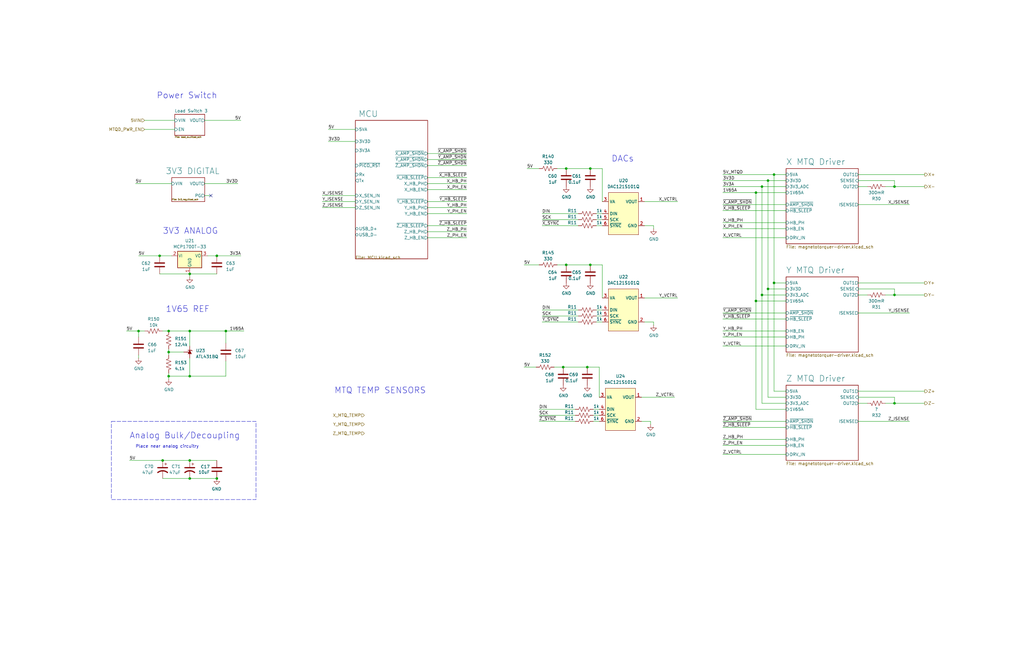
<source format=kicad_sch>
(kicad_sch (version 20230121) (generator eeschema)
  (paper "B")
  (title_block (title "Foras Promineo Payload Interface Board") (rev "B"))
  (lib_symbols
    (symbol "Device:C" (pin_numbers hide) (pin_names (offset 0.254))
      (property "Reference" "C" (at 0.635 2.54 0))
      (property "Value" "C" (at 0.635 -2.54 0))
      (symbol "C_0_1"
        (polyline (pts (xy -2.032 -0.762) (xy 2.032 -0.762)) (stroke (width 0.508)))
        (polyline (pts (xy -2.032 0.762) (xy 2.032 0.762)) (stroke (width 0.508)))
      )
      (symbol "C_1_1"
        (pin passive line (at 0 3.81 270) (length 2.794) (name "~") (number "1"))
        (pin passive line (at 0 -3.81 90) (length 2.794) (name "~") (number "2"))
      )
    )
    (symbol "Device:C_Polarized_US" (pin_numbers hide) (pin_names (offset 0.254) hide)
      (property "Reference" "C" (at 0.635 2.54 0))
      (property "Value" "C_Polarized_US" (at 0.635 -2.54 0))
      (symbol "C_Polarized_US_0_1"
        (polyline (pts (xy -2.032 0.762) (xy 2.032 0.762)) (stroke (width 0.508)))
        (polyline (pts (xy -1.778 2.286) (xy -0.762 2.286)))
        (polyline (pts (xy -1.27 1.778) (xy -1.27 2.794)))
        (arc (start 2.032 -1.27) (mid 0 -0.5572) (end -2.032 -1.27) (stroke (width 0.508)))
      )
      (symbol "C_Polarized_US_1_1"
        (pin passive line (at 0 3.81 270) (length 2.794) (name "~") (number "1"))
        (pin passive line (at 0 -3.81 90) (length 3.302) (name "~") (number "2"))
      )
    )
    (symbol "Device:R_US" (pin_numbers hide) (pin_names (offset 0))
      (property "Reference" "R" (at 2.54 0 90))
      (property "Value" "R_US" (at -2.54 0 90))
      (symbol "R_US_0_1"
        (polyline (pts (xy 0 -2.286) (xy 0 -2.54)))
        (polyline (pts (xy 0 2.286) (xy 0 2.54)))
        (polyline (pts (xy 0 -0.762) (xy 1.016 -1.143) (xy 0 -1.524) (xy -1.016 -1.905) (xy 0 -2.286)))
        (polyline (pts (xy 0 0.762) (xy 1.016 0.381) (xy 0 0) (xy -1.016 -0.381) (xy 0 -0.762)))
        (polyline (pts (xy 0 2.286) (xy 1.016 1.905) (xy 0 1.524) (xy -1.016 1.143) (xy 0 0.762)))
      )
      (symbol "R_US_1_1"
        (pin passive line (at 0 3.81 270) (length 1.27) (name "~") (number "1"))
        (pin passive line (at 0 -3.81 90) (length 1.27) (name "~") (number "2"))
      )
    )
    (symbol "Regulator_Linear:MCP1700x-330xxMB" (pin_names (offset 0.254))
      (property "Reference" "U" (at -3.81 3.175 0))
      (property "Value" "MCP1700x-330xxMB" (at 0 3.175 0))
      (symbol "MCP1700x-330xxMB_0_1"
        (rectangle (start -5.08 -5.08) (end 5.08 1.905) (stroke (width 0.254)) (fill (type background)))
      )
      (symbol "MCP1700x-330xxMB_1_1"
        (pin power_in line (at 0 -7.62 90) (length 2.54) (name "GND") (number "1"))
        (pin power_in line (at -7.62 0 0) (length 2.54) (name "VI") (number "2"))
        (pin power_out line (at 7.62 0 180) (length 2.54) (name "VO") (number "3"))
      )
    )
    (symbol "SierraLobo:DAC121S101Q"
      (property "Reference" "U" (at 0 3.81 0))
      (property "Value" "DAC121S101Q" (at 0 1.27 0))
      (property "Manufacturer" "Texas Instruments" (at 0 0 0))
      (property "Mfr. Part No" "DAC121S101QCMK/NOPB" (at 0 0 0))
      (symbol "DAC121S101Q_0_0"
        (pin output line (at 8.89 -3.81 180) (length 2.54) (name "VOUT") (number "1"))
        (pin output line (at 8.89 -13.97 180) (length 2.54) (name "GND") (number "2"))
        (pin output line (at -8.89 -3.81 0) (length 2.54) (name "VA") (number "3"))
        (pin output line (at -8.89 -8.89 0) (length 2.54) (name "DIN") (number "4"))
        (pin output line (at -8.89 -11.43 0) (length 2.54) (name "SCK") (number "5"))
        (pin output line (at -8.89 -13.97 0) (length 2.54) (name "~{SYNC}") (number "6"))
      )
      (symbol "DAC121S101Q_0_1"
        (rectangle (start 6.35 -17.78) (end 6.35 -17.78))
      )
      (symbol "DAC121S101Q_1_1"
        (rectangle (start -6.35 0) (end 6.35 -17.78) (fill (type background)))
      )
    )
    (symbol "SierraLobo:TLVH431BQxDBV" (pin_numbers hide) (pin_names hide)
      (property "Reference" "U" (at 0 -2.54 0))
      (property "Value" "TLVH431BQxDBV" (at 0 -4.445 0))
      (symbol "TLVH431BQxDBV_0_1"
        (polyline (pts (xy -1.27 0) (xy 0 0) (xy 1.27 0)))
        (polyline (pts (xy -0.762 0.762) (xy 0.762 0) (xy -0.762 -0.762)) (fill (type outline)))
        (polyline (pts (xy 0.508 -1.016) (xy 0.762 -0.762) (xy 0.762 0.762) (xy 0.762 0.762)) (stroke (width 0.254)))
      )
      (symbol "TLVH431BQxDBV_1_1"
        (polyline (pts (xy 0 1.27) (xy 0 0)))
        (pin passive line (at 0 2.54 270) (length 2.54) (name "REF") (number "1"))
        (pin passive line (at 2.54 0 180) (length 2.54) (name "K") (number "2"))
        (pin passive line (at -2.54 0 0) (length 2.54) (name "A") (number "3"))
      )
    )
    (symbol "power:GND" (power) (pin_names (offset 0))
      (property "Value" "GND" (at 0 -3.81 0))
      (symbol "GND_0_1"
        (polyline (pts (xy 0 0) (xy 0 -1.27) (xy 1.27 -1.27) (xy 0 -2.54) (xy -1.27 -1.27) (xy 0 -1.27)))
      )
      (symbol "GND_1_1"
        (pin power_in line (at 0 0 270) (length 0) hide (name "GND") (number "1"))
      )
    )
  )
  (junction (at 326.39 119.38))
  (junction (at 238.76 111.76))
  (junction (at 318.77 127))
  (junction (at 71.12 139.7))
  (junction (at 71.12 158.75))
  (junction (at 58.42 139.7))
  (junction (at 68.58 194.31))
  (junction (at 377.19 78.74))
  (junction (at 95.25 139.7))
  (junction (at 71.12 148.59))
  (junction (at 323.85 121.92))
  (junction (at 248.92 71.12))
  (junction (at 321.31 124.46))
  (junction (at 91.44 201.93))
  (junction (at 321.31 78.74))
  (junction (at 248.92 111.76))
  (junction (at 67.31 107.95))
  (junction (at 238.76 71.12))
  (junction (at 80.01 115.57))
  (junction (at 377.19 170.18))
  (junction (at 80.01 158.75))
  (junction (at 80.01 139.7))
  (junction (at 323.85 76.2))
  (junction (at 237.49 154.94))
  (junction (at 326.39 73.66))
  (junction (at 80.01 201.93))
  (junction (at 377.19 124.46))
  (junction (at 80.01 194.31))
  (junction (at 247.65 154.94))
  (junction (at 318.77 81.28))
  (junction (at 91.44 107.95))
  (no_connect (at 88.9 82.55))
  (wire (pts (xy 220.98 111.76) (xy 227.33 111.76)))
  (wire (pts (xy 80.01 158.75) (xy 80.01 151.13)))
  (wire (pts (xy 250.19 177.8) (xy 252.73 177.8)))
  (wire (pts (xy 196.85 90.17) (xy 180.34 90.17)))
  (wire (pts (xy 237.49 154.94) (xy 247.65 154.94)))
  (wire (pts (xy 323.85 167.64) (xy 331.47 167.64)))
  (wire (pts (xy 227.33 177.8) (xy 242.57 177.8)))
  (wire (pts (xy 250.19 172.72) (xy 252.73 172.72)))
  (wire (pts (xy 228.6 95.25) (xy 243.84 95.25)))
  (wire (pts (xy 247.65 154.94) (xy 252.73 154.94)))
  (wire (pts (xy 321.31 124.46) (xy 331.47 124.46)))
  (wire (pts (xy 91.44 107.95) (xy 101.6 107.95)))
  (wire (pts (xy 361.95 167.64) (xy 377.19 167.64)))
  (wire (pts (xy 270.51 177.8) (xy 274.32 177.8)))
  (wire (pts (xy 86.36 82.55) (xy 88.9 82.55)))
  (wire (pts (xy 304.8 180.34) (xy 331.47 180.34)))
  (wire (pts (xy 238.76 71.12) (xy 248.92 71.12)))
  (wire (pts (xy 67.31 107.95) (xy 72.39 107.95)))
  (wire (pts (xy 233.68 154.94) (xy 237.49 154.94)))
  (wire (pts (xy 80.01 115.57) (xy 91.44 115.57)))
  (wire (pts (xy 180.34 95.25) (xy 196.85 95.25)))
  (wire (pts (xy 91.44 194.31) (xy 80.01 194.31)))
  (wire (pts (xy 318.77 81.28) (xy 331.47 81.28)))
  (wire (pts (xy 323.85 121.92) (xy 323.85 167.64)))
  (wire (pts (xy 377.19 167.64) (xy 377.19 170.18)))
  (wire (pts (xy 304.8 81.28) (xy 318.77 81.28)))
  (wire (pts (xy 304.8 96.52) (xy 331.47 96.52)))
  (wire (pts (xy 304.8 191.77) (xy 331.47 191.77)))
  (wire (pts (xy 321.31 170.18) (xy 331.47 170.18)))
  (wire (pts (xy 377.19 121.92) (xy 377.19 124.46)))
  (wire (pts (xy 238.76 111.76) (xy 248.92 111.76)))
  (wire (pts (xy 318.77 81.28) (xy 318.77 127)))
  (wire (pts (xy 135.89 87.63) (xy 149.86 87.63)))
  (wire (pts (xy 220.98 154.94) (xy 226.06 154.94)))
  (wire (pts (xy 53.34 139.7) (xy 58.42 139.7)))
  (wire (pts (xy 135.89 82.55) (xy 149.86 82.55)))
  (wire (pts (xy 95.25 144.78) (xy 95.25 139.7)))
  (wire (pts (xy 321.31 78.74) (xy 331.47 78.74)))
  (wire (pts (xy 196.85 77.47) (xy 180.34 77.47)))
  (wire (pts (xy 270.51 167.64) (xy 284.48 167.64)))
  (wire (pts (xy 318.77 172.72) (xy 331.47 172.72)))
  (wire (pts (xy 251.46 92.71) (xy 254 92.71)))
  (wire (pts (xy 180.34 85.09) (xy 196.85 85.09)))
  (wire (pts (xy 326.39 73.66) (xy 331.47 73.66)))
  (wire (pts (xy 60.96 54.61) (xy 73.66 54.61)))
  (wire (pts (xy 234.95 111.76) (xy 238.76 111.76)))
  (wire (pts (xy 377.19 170.18) (xy 389.89 170.18)))
  (wire (pts (xy 180.34 64.77) (xy 196.85 64.77)))
  (wire (pts (xy 80.01 139.7) (xy 71.12 139.7)))
  (wire (pts (xy 67.31 115.57) (xy 80.01 115.57)))
  (wire (pts (xy 326.39 165.1) (xy 331.47 165.1)))
  (wire (pts (xy 321.31 124.46) (xy 321.31 170.18)))
  (wire (pts (xy 361.95 124.46) (xy 365.76 124.46)))
  (wire (pts (xy 222.25 71.12) (xy 227.33 71.12)))
  (wire (pts (xy 87.63 107.95) (xy 91.44 107.95)))
  (wire (pts (xy 323.85 76.2) (xy 323.85 121.92)))
  (wire (pts (xy 323.85 76.2) (xy 331.47 76.2)))
  (wire (pts (xy 180.34 67.31) (xy 196.85 67.31)))
  (wire (pts (xy 377.19 78.74) (xy 389.89 78.74)))
  (wire (pts (xy 95.25 158.75) (xy 95.25 152.4)))
  (wire (pts (xy 71.12 158.75) (xy 71.12 157.48)))
  (wire (pts (xy 71.12 158.75) (xy 71.12 160.02)))
  (wire (pts (xy 326.39 119.38) (xy 326.39 165.1)))
  (wire (pts (xy 80.01 194.31) (xy 68.58 194.31)))
  (wire (pts (xy 275.59 135.89) (xy 275.59 137.16)))
  (wire (pts (xy 377.19 76.2) (xy 377.19 78.74)))
  (wire (pts (xy 180.34 100.33) (xy 196.85 100.33)))
  (wire (pts (xy 135.89 85.09) (xy 149.86 85.09)))
  (wire (pts (xy 180.34 97.79) (xy 196.85 97.79)))
  (wire (pts (xy 377.19 124.46) (xy 373.38 124.46)))
  (wire (pts (xy 326.39 73.66) (xy 326.39 119.38)))
  (wire (pts (xy 251.46 95.25) (xy 254 95.25)))
  (wire (pts (xy 377.19 170.18) (xy 373.38 170.18)))
  (wire (pts (xy 250.19 175.26) (xy 252.73 175.26)))
  (wire (pts (xy 228.6 90.17) (xy 243.84 90.17)))
  (wire (pts (xy 318.77 127) (xy 318.77 172.72)))
  (wire (pts (xy 227.33 172.72) (xy 242.57 172.72)))
  (wire (pts (xy 251.46 130.81) (xy 254 130.81)))
  (wire (pts (xy 361.95 86.36) (xy 383.54 86.36)))
  (wire (pts (xy 304.8 86.36) (xy 331.47 86.36)))
  (wire (pts (xy 71.12 148.59) (xy 71.12 149.86)))
  (wire (pts (xy 361.95 121.92) (xy 377.19 121.92)))
  (wire (pts (xy 138.43 59.69) (xy 149.86 59.69)))
  (wire (pts (xy 304.8 100.33) (xy 331.47 100.33)))
  (wire (pts (xy 304.8 139.7) (xy 331.47 139.7)))
  (wire (pts (xy 275.59 95.25) (xy 275.59 96.52)))
  (wire (pts (xy 77.47 148.59) (xy 71.12 148.59)))
  (wire (pts (xy 254 111.76) (xy 254 125.73)))
  (wire (pts (xy 251.46 133.35) (xy 254 133.35)))
  (wire (pts (xy 248.92 111.76) (xy 254 111.76)))
  (wire (pts (xy 304.8 132.08) (xy 331.47 132.08)))
  (wire (pts (xy 80.01 158.75) (xy 95.25 158.75)))
  (wire (pts (xy 71.12 139.7) (xy 68.58 139.7)))
  (wire (pts (xy 180.34 74.93) (xy 196.85 74.93)))
  (wire (pts (xy 60.96 50.8) (xy 73.66 50.8)))
  (wire (pts (xy 57.15 77.47) (xy 72.39 77.47)))
  (wire (pts (xy 361.95 170.18) (xy 365.76 170.18)))
  (wire (pts (xy 304.8 88.9) (xy 331.47 88.9)))
  (wire (pts (xy 361.95 78.74) (xy 365.76 78.74)))
  (wire (pts (xy 304.8 73.66) (xy 326.39 73.66)))
  (wire (pts (xy 304.8 185.42) (xy 331.47 185.42)))
  (wire (pts (xy 304.8 146.05) (xy 331.47 146.05)))
  (wire (pts (xy 86.36 50.8) (xy 101.6 50.8)))
  (wire (pts (xy 248.92 71.12) (xy 254 71.12)))
  (wire (pts (xy 251.46 90.17) (xy 254 90.17)))
  (wire (pts (xy 138.43 54.61) (xy 149.86 54.61)))
  (wire (pts (xy 58.42 107.95) (xy 67.31 107.95)))
  (wire (pts (xy 274.32 177.8) (xy 274.32 179.07)))
  (wire (pts (xy 271.78 135.89) (xy 275.59 135.89)))
  (wire (pts (xy 361.95 73.66) (xy 389.89 73.66)))
  (wire (pts (xy 304.8 78.74) (xy 321.31 78.74)))
  (wire (pts (xy 326.39 119.38) (xy 331.47 119.38)))
  (wire (pts (xy 377.19 124.46) (xy 389.89 124.46)))
  (wire (pts (xy 228.6 92.71) (xy 243.84 92.71)))
  (wire (pts (xy 361.95 165.1) (xy 389.89 165.1)))
  (wire (pts (xy 304.8 93.98) (xy 331.47 93.98)))
  (wire (pts (xy 304.8 187.96) (xy 331.47 187.96)))
  (wire (pts (xy 361.95 119.38) (xy 389.89 119.38)))
  (wire (pts (xy 95.25 139.7) (xy 102.87 139.7)))
  (wire (pts (xy 361.95 177.8) (xy 383.54 177.8)))
  (wire (pts (xy 377.19 78.74) (xy 373.38 78.74)))
  (wire (pts (xy 91.44 201.93) (xy 80.01 201.93)))
  (wire (pts (xy 252.73 154.94) (xy 252.73 167.64)))
  (wire (pts (xy 321.31 78.74) (xy 321.31 124.46)))
  (wire (pts (xy 251.46 135.89) (xy 254 135.89)))
  (wire (pts (xy 234.95 71.12) (xy 238.76 71.12)))
  (wire (pts (xy 196.85 80.01) (xy 180.34 80.01)))
  (wire (pts (xy 71.12 158.75) (xy 80.01 158.75)))
  (wire (pts (xy 304.8 134.62) (xy 331.47 134.62)))
  (wire (pts (xy 361.95 132.08) (xy 383.54 132.08)))
  (wire (pts (xy 86.36 77.47) (xy 100.33 77.47)))
  (wire (pts (xy 54.61 194.31) (xy 68.58 194.31)))
  (wire (pts (xy 304.8 76.2) (xy 323.85 76.2)))
  (wire (pts (xy 180.34 69.85) (xy 196.85 69.85)))
  (wire (pts (xy 80.01 201.93) (xy 68.58 201.93)))
  (wire (pts (xy 323.85 121.92) (xy 331.47 121.92)))
  (wire (pts (xy 304.8 177.8) (xy 331.47 177.8)))
  (wire (pts (xy 271.78 125.73) (xy 285.75 125.73)))
  (wire (pts (xy 304.8 142.24) (xy 331.47 142.24)))
  (wire (pts (xy 271.78 85.09) (xy 285.75 85.09)))
  (wire (pts (xy 80.01 146.05) (xy 80.01 139.7)))
  (wire (pts (xy 318.77 127) (xy 331.47 127)))
  (wire (pts (xy 58.42 139.7) (xy 58.42 142.24)))
  (wire (pts (xy 58.42 149.86) (xy 58.42 151.13)))
  (wire (pts (xy 227.33 175.26) (xy 242.57 175.26)))
  (wire (pts (xy 95.25 139.7) (xy 80.01 139.7)))
  (wire (pts (xy 228.6 135.89) (xy 243.84 135.89)))
  (wire (pts (xy 196.85 87.63) (xy 180.34 87.63)))
  (wire (pts (xy 58.42 139.7) (xy 60.96 139.7)))
  (wire (pts (xy 228.6 133.35) (xy 243.84 133.35)))
  (wire (pts (xy 71.12 147.32) (xy 71.12 148.59)))
  (wire (pts (xy 80.01 115.57) (xy 80.01 116.84)))
  (wire (pts (xy 271.78 95.25) (xy 275.59 95.25)))
  (wire (pts (xy 254 71.12) (xy 254 85.09)))
  (wire (pts (xy 228.6 130.81) (xy 243.84 130.81)))
  (wire (pts (xy 361.95 76.2) (xy 377.19 76.2)))
  (rectangle (start 46.99 177.8) (end 107.95 210.82) (stroke (width 0) (type dash)))
  (text "DACs" (at 257.81 68.58 0) (effects (font (size 2.54 2.54)) (justify left bottom)))
  (text "Power Switch" (at 66.04 41.91 0) (effects (font (size 2.54 2.54)) (justify left bottom)))
  (text "1V65 REF" (at 69.85 132.08 0) (effects (font (size 2.54 2.54)) (justify left bottom)))
  (text "Place near analog circuitry" (at 57.15 189.23 0) (effects (font (size 1.27 1.27)) (justify left bottom)))
  (text "3V3 ANALOG" (at 68.58 99.06 0) (effects (font (size 2.54 2.54)) (justify left bottom)))
  (text "Analog Bulk/Decoupling" (at 54.61 185.42 0) (effects (font (size 2.54 2.54)) (justify left bottom)))
  (text "MTQ TEMP SENSORS" (at 140.97 166.37 0) (effects (font (size 2.54 2.54)) (justify left bottom)))
  (label "~{Z_AMP_SHDN}" (at 196.85 69.85 180))
  (label "Y_ISENSE" (at 383.54 132.08 180))
  (label "Z_VCTRL" (at 284.48 167.64 180))
  (label "3V3D" (at 304.8 76.2 0))
  (label "Z_VCTRL" (at 304.8 191.77 0))
  (label "~{Y_SYNC}" (at 228.6 135.89 0))
  (label "5V" (at 57.15 77.47 0))
  (label "X_ISENSE" (at 135.89 82.55 0))
  (label "1V65A" (at 102.87 139.7 180))
  (label "~{X_AMP_SHDN}" (at 196.85 64.77 180))
  (label "~{Z_AMP_SHDN}" (at 304.8 177.8 0))
  (label "~{Z_HB_SLEEP}" (at 304.8 180.34 0))
  (label "Y_PH_EN" (at 304.8 142.24 0))
  (label "Z_HB_PH" (at 196.85 97.79 180))
  (label "Y_VCTRL" (at 304.8 146.05 0))
  (label "Y_VCTRL" (at 285.75 125.73 180))
  (label "Z_ISENSE" (at 135.89 87.63 0))
  (label "~{Y_HB_SLEEP}" (at 196.85 85.09 180))
  (label "DIN" (at 227.33 172.72 0))
  (label "~{X_HB_SLEEP}" (at 304.8 88.9 0))
  (label "Y_ISENSE" (at 135.89 85.09 0))
  (label "X_VCTRL" (at 304.8 100.33 0))
  (label "Z_ISENSE" (at 383.54 177.8 180))
  (label "5V" (at 220.98 154.94 0))
  (label "3V3D" (at 138.43 59.69 0))
  (label "X_HB_PH" (at 196.85 77.47 180))
  (label "Z_PH_EN" (at 304.8 187.96 0))
  (label "SCK" (at 228.6 92.71 0))
  (label "SCK" (at 228.6 133.35 0))
  (label "DIN" (at 228.6 90.17 0))
  (label "Y_PH_EN" (at 196.85 90.17 180))
  (label "5V" (at 58.42 107.95 0))
  (label "5V_MTQD" (at 304.8 73.66 0))
  (label "DIN" (at 228.6 130.81 0))
  (label "~{X_AMP_SHDN}" (at 304.8 86.36 0))
  (label "5V" (at 101.6 50.8 180))
  (label "~{Y_AMP_SHDN}" (at 196.85 67.31 180))
  (label "5V" (at 53.34 139.7 0))
  (label "Z_HB_PH" (at 304.8 185.42 0))
  (label "Y_HB_PH" (at 196.85 87.63 180))
  (label "5V" (at 222.25 71.12 0))
  (label "X_PH_EN" (at 196.85 80.01 180))
  (label "X_PH_EN" (at 304.8 96.52 0))
  (label "X_HB_PH" (at 304.8 93.98 0))
  (label "X_VCTRL" (at 285.75 85.09 180))
  (label "3V3D" (at 100.33 77.47 180))
  (label "5V" (at 138.43 54.61 0))
  (label "~{Y_AMP_SHDN}" (at 304.8 132.08 0))
  (label "~{Z_HB_SLEEP}" (at 196.85 95.25 180))
  (label "SCK" (at 227.33 175.26 0))
  (label "Y_HB_PH" (at 304.8 139.7 0))
  (label "3V3A" (at 304.8 78.74 0))
  (label "X_ISENSE" (at 383.54 86.36 180))
  (label "~{X_HB_SLEEP}" (at 196.85 74.93 180))
  (label "1V65A" (at 304.8 81.28 0))
  (label "~{Z_SYNC}" (at 227.33 177.8 0))
  (label "3V3A" (at 101.6 107.95 180))
  (label "5V" (at 220.98 111.76 0))
  (label "~{X_SYNC}" (at 228.6 95.25 0))
  (label "~{Y_HB_SLEEP}" (at 304.8 134.62 0))
  (label "5V" (at 54.61 194.31 0))
  (label "Z_PH_EN" (at 196.85 100.33 180))
  (hierarchical_label "Y_MTQ_TEMP" (shape input) (at 153.67 179.07 180))
  (hierarchical_label "X+" (shape output) (at 389.89 73.66 0))
  (hierarchical_label "MTQD_PWR_EN" (shape input) (at 60.96 54.61 180))
  (hierarchical_label "Z_MTQ_TEMP" (shape input) (at 153.67 182.88 180))
  (hierarchical_label "5VIN" (shape input) (at 60.96 50.8 180))
  (hierarchical_label "Z-" (shape output) (at 389.89 170.18 0))
  (hierarchical_label "Y+" (shape output) (at 389.89 119.38 0))
  (hierarchical_label "X-" (shape output) (at 389.89 78.74 0))
  (hierarchical_label "X_MTQ_TEMP" (shape input) (at 153.67 175.26 180))
  (hierarchical_label "Z+" (shape output) (at 389.89 165.1 0))
  (hierarchical_label "Y-" (shape output) (at 389.89 124.46 0))
  (symbol (lib_id "Device:C") (at 91.44 198.12 0) (mirror y) (unit 1)
    (property "Reference" "C17" (at 88.519 196.9516 0) (effects (justify left)))
    (property "Value" "10uF" (at 88.519 199.263 0) (effects (justify left)))
    (property "Footprint" "Capacitor_SMD:C_0805_2012Metric" (effects hide))
    (instances (project "RP2040_minimal" (path "" (reference "C17") (unit 1))) (project "payload-interface-board" (path "" (reference "C72") (unit 1))))
  )
  (symbol (lib_id "Device:R_US") (at 247.65 135.89 90) (unit 1)
    (property "Reference" "R11" (at 241.3 134.62 90))
    (property "Value" "1k" (at 252.73 134.62 90))
    (property "Footprint" "Resistor_SMD:R_0402_1005Metric" (effects hide))
    (instances (project "payload-interface-board" (path "" (reference "R11") (unit 1)) (path "" (reference "R149") (unit 1))))
  )
  (symbol (lib_id "power:GND") (at 237.49 162.56 0) (unit 1)
    (property "Reference" "#PWR018" (effects hide))
    (property "Value" "GND" (at 237.617 166.9542 0))
    (instances (project "RP2040_minimal" (path "" (reference "#PWR018") (unit 1))) (project "payload-interface-board" (path "" (reference "#PWR0117") (unit 1))))
  )
  (symbol (lib_id "Device:C_Polarized_US") (at 80.01 198.12 0) (mirror y) (unit 1)
    (property "Reference" "C71" (at 76.2 196.85 0) (effects (justify left)))
    (property "Value" "47uF" (at 76.2 199.39 0) (effects (justify left)))
    (property "Footprint" "Capacitor_Tantalum_SMD:CP_EIA-7343-43_Kemet-X" (effects hide))
    (property "Mfr. Part No" "TH3D476K016C0600" (effects hide))
  )
  (symbol (lib_id "Device:R_US") (at 231.14 71.12 90) (unit 1)
    (property "Reference" "R140" (at 231.14 66.04 90))
    (property "Value" "330" (at 231.14 68.58 90))
    (property "Footprint" "Resistor_SMD:R_0603_1608Metric" (effects hide))
  )
  (symbol (lib_id "power:GND") (at 247.65 162.56 0) (unit 1)
    (property "Reference" "#PWR018" (effects hide))
    (property "Value" "GND" (at 247.777 166.9542 0))
    (instances (project "RP2040_minimal" (path "" (reference "#PWR018") (unit 1))) (project "payload-interface-board" (path "" (reference "#PWR0118") (unit 1))))
  )
  (symbol (lib_id "power:GND") (at 248.92 78.74 0) (unit 1)
    (property "Reference" "#PWR018" (effects hide))
    (property "Value" "GND" (at 249.047 83.1342 0))
    (instances (project "RP2040_minimal" (path "" (reference "#PWR018") (unit 1))) (project "payload-interface-board" (path "" (reference "#PWR0110") (unit 1))))
  )
  (symbol (lib_id "Device:R_US") (at 231.14 111.76 90) (unit 1)
    (property "Reference" "R145" (at 231.14 106.68 90))
    (property "Value" "330" (at 231.14 109.22 90))
    (property "Footprint" "Resistor_SMD:R_0603_1608Metric" (effects hide))
  )
  (symbol (lib_id "Device:C_Polarized_US") (at 68.58 198.12 0) (mirror y) (unit 1)
    (property "Reference" "C70" (at 64.77 196.85 0) (effects (justify left)))
    (property "Value" "47uF" (at 64.77 199.39 0) (effects (justify left)))
    (property "Footprint" "Capacitor_Tantalum_SMD:CP_EIA-7343-43_Kemet-X" (effects hide))
    (property "Mfr. Part No" "TH3D476K016C0600" (effects hide))
  )
  (symbol (lib_id "power:GND") (at 71.12 160.02 0) (unit 1)
    (property "Reference" "#PWR018" (effects hide))
    (property "Value" "GND" (at 71.247 164.4142 0))
    (instances (project "RP2040_minimal" (path "" (reference "#PWR018") (unit 1))) (project "payload-interface-board" (path "" (reference "#PWR0119") (unit 1))))
  )
  (symbol (lib_id "Device:R_US") (at 71.12 143.51 0) (mirror y) (unit 1)
    (property "Reference" "R151" (at 73.66 142.875 0) (effects (justify right)))
    (property "Value" "12.4k" (at 73.66 145.415 0) (effects (justify right)))
    (property "Footprint" "Resistor_SMD:R_0603_1608Metric" (effects hide))
  )
  (symbol (lib_id "Device:C") (at 248.92 74.93 0) (mirror y) (unit 1)
    (property "Reference" "C61" (at 245.11 74.295 0) (effects (justify left)))
    (property "Value" "0.1uF" (at 245.11 76.835 0) (effects (justify left)))
    (property "Footprint" "Capacitor_SMD:C_0402_1005Metric" (effects hide))
    (property "Manufacturer" "TDK" (effects hide))
    (property "Mfr. Part No" "CGA2B3X7R1H104K050BE" (effects hide))
    (property "Description" "CAP CER 0.1UF 50V X7R 0402" (effects hide))
  )
  (symbol (lib_id "power:GND") (at 91.44 201.93 0) (mirror y) (unit 1)
    (property "Reference" "#PWR018" (effects hide))
    (property "Value" "GND" (at 91.313 206.3242 0))
    (instances (project "RP2040_minimal" (path "" (reference "#PWR018") (unit 1))) (project "payload-interface-board" (path "" (reference "#PWR0121") (unit 1))))
  )
  (symbol (lib_id "Device:R_US") (at 247.65 95.25 90) (unit 1)
    (property "Reference" "R11" (at 241.3 93.98 90))
    (property "Value" "1k" (at 252.73 93.98 90))
    (property "Footprint" "Resistor_SMD:R_0402_1005Metric" (effects hide))
    (instances (project "payload-interface-board" (path "" (reference "R11") (unit 1)) (path "" (reference "R144") (unit 1))))
  )
  (symbol (lib_id "SierraLobo:DAC121S101Q") (at 261.62 163.83 0) (unit 1)
    (property "Reference" "U24" (at 261.62 158.75 0))
    (property "Value" "DAC121S101Q" (at 261.62 161.29 0))
    (property "Footprint" "Package_TO_SOT_SMD:TSOT-23-6" (effects hide))
    (property "Datasheet" "https://www.ti.com/lit/ds/symlink/dac121s101.pdf?HQS=dis-dk-null-digikeymode-dsf-pf-null-wwe&ts=1686947453484&ref_url=https%253A%252F%252Fwww.ti.com%252Fgeneral%252Fdocs%252Fsuppproductinfo.tsp%253FdistId%253D10%2526gotoUrl%253Dhttps%253A%252F%252Fwww.ti.com%252Flit%252Fgpn%252Fdac121s101" (effects hide))
    (property "Manufacturer" "Texas Instruments" (effects hide))
    (property "Mfr. Part No" "DAC121S101QCMK/NOPB" (effects hide))
  )
  (symbol (lib_id "Device:R_US") (at 369.57 124.46 90) (mirror x) (unit 1)
    (property "Reference" "R31" (at 369.57 129.54 90))
    (property "Value" "300mR" (at 369.57 127 90))
    (property "Footprint" "Resistor_SMD:R_0805_2012Metric" (effects hide))
    (instances (project "payload-interface-board" (path "" (reference "R31") (unit 1)) (path "" (reference "R146") (unit 1))))
  )
  (symbol (lib_id "Device:C") (at 67.31 111.76 0) (mirror y) (unit 1)
    (property "Reference" "C62" (at 63.5 111.125 0) (effects (justify left)))
    (property "Value" "1uF" (at 63.5 113.665 0) (effects (justify left)))
    (property "Footprint" "Capacitor_SMD:C_0603_1608Metric" (effects hide))
  )
  (symbol (lib_id "SierraLobo:DAC121S101Q") (at 262.89 121.92 0) (unit 1)
    (property "Reference" "U22" (at 262.89 116.84 0))
    (property "Value" "DAC121S101Q" (at 262.89 119.38 0))
    (property "Footprint" "Package_TO_SOT_SMD:TSOT-23-6" (effects hide))
    (property "Datasheet" "https://www.ti.com/lit/ds/symlink/dac121s101.pdf?HQS=dis-dk-null-digikeymode-dsf-pf-null-wwe&ts=1686947453484&ref_url=https%253A%252F%252Fwww.ti.com%252Fgeneral%252Fdocs%252Fsuppproductinfo.tsp%253FdistId%253D10%2526gotoUrl%253Dhttps%253A%252F%252Fwww.ti.com%252Flit%252Fgpn%252Fdac121s101" (effects hide))
    (property "Manufacturer" "Texas Instruments" (effects hide))
    (property "Mfr. Part No" "DAC121S101QCMK/NOPB" (effects hide))
  )
  (symbol (lib_id "power:GND") (at 274.32 179.07 0) (unit 1)
    (property "Reference" "#PWR018" (effects hide))
    (property "Value" "GND" (at 274.447 183.4642 0))
    (instances (project "RP2040_minimal" (path "" (reference "#PWR018") (unit 1))) (project "payload-interface-board" (path "" (reference "#PWR0120") (unit 1))))
  )
  (symbol (lib_id "Device:R_US") (at 247.65 133.35 90) (unit 1)
    (property "Reference" "R11" (at 241.3 132.08 90))
    (property "Value" "1k" (at 252.73 132.08 90))
    (property "Footprint" "Resistor_SMD:R_0402_1005Metric" (effects hide))
    (instances (project "payload-interface-board" (path "" (reference "R11") (unit 1)) (path "" (reference "R148") (unit 1))))
  )
  (symbol (lib_id "Device:R_US") (at 247.65 130.81 90) (unit 1)
    (property "Reference" "R11" (at 241.3 129.54 90))
    (property "Value" "1k" (at 252.73 129.54 90))
    (property "Footprint" "Resistor_SMD:R_0402_1005Metric" (effects hide))
    (instances (project "payload-interface-board" (path "" (reference "R11") (unit 1)) (path "" (reference "R147") (unit 1))))
  )
  (symbol (lib_id "Device:R_US") (at 246.38 177.8 90) (unit 1)
    (property "Reference" "R11" (at 240.03 176.53 90))
    (property "Value" "1k" (at 251.46 176.53 90))
    (property "Footprint" "Resistor_SMD:R_0402_1005Metric" (effects hide))
    (instances (project "payload-interface-board" (path "" (reference "R11") (unit 1)) (path "" (reference "R157") (unit 1))))
  )
  (symbol (lib_id "SierraLobo:TLVH431BQxDBV") (at 80.01 148.59 90) (unit 1)
    (property "Reference" "U23" (at 82.55 147.955 90) (effects (justify right)))
    (property "Value" "ATL431BQ" (at 82.55 150.495 90) (effects (justify right)))
    (property "Footprint" "Package_TO_SOT_SMD:SOT-23" (effects hide))
    (property "Datasheet" "https://www.ti.com/lit/ds/slvs555m/slvs555m.pdf?ts=1687216345649" (effects hide))
  )
  (symbol (lib_id "Device:R_US") (at 369.57 170.18 90) (mirror x) (unit 1)
    (property "Reference" "R32" (at 369.57 175.26 90))
    (property "Value" "?" (at 369.57 172.72 90))
    (property "Footprint" "Resistor_SMD:R_0805_2012Metric" (effects hide))
    (instances (project "payload-interface-board" (path "" (reference "R32") (unit 1)) (path "" (reference "R154") (unit 1))))
  )
  (symbol (lib_id "Device:C") (at 91.44 111.76 0) (unit 1)
    (property "Reference" "C63" (at 95.25 111.125 0) (effects (justify left)))
    (property "Value" "1uF" (at 95.25 113.665 0) (effects (justify left)))
    (property "Footprint" "Capacitor_SMD:C_0603_1608Metric" (effects hide))
  )
  (symbol (lib_id "Device:R_US") (at 71.12 153.67 0) (mirror y) (unit 1)
    (property "Reference" "R153" (at 73.66 153.035 0) (effects (justify right)))
    (property "Value" "4.1k" (at 73.66 155.575 0) (effects (justify right)))
    (property "Footprint" "Resistor_SMD:R_0603_1608Metric" (effects hide))
  )
  (symbol (lib_id "power:GND") (at 238.76 119.38 0) (unit 1)
    (property "Reference" "#PWR018" (effects hide))
    (property "Value" "GND" (at 238.887 123.7742 0))
    (instances (project "RP2040_minimal" (path "" (reference "#PWR018") (unit 1))) (project "payload-interface-board" (path "" (reference "#PWR0113") (unit 1))))
  )
  (symbol (lib_id "power:GND") (at 275.59 96.52 0) (unit 1)
    (property "Reference" "#PWR018" (effects hide))
    (property "Value" "GND" (at 275.717 100.9142 0))
    (instances (project "RP2040_minimal" (path "" (reference "#PWR018") (unit 1))) (project "payload-interface-board" (path "" (reference "#PWR0111") (unit 1))))
  )
  (symbol (lib_id "Device:C") (at 248.92 115.57 0) (mirror y) (unit 1)
    (property "Reference" "C65" (at 245.11 114.935 0) (effects (justify left)))
    (property "Value" "0.1uF" (at 245.11 117.475 0) (effects (justify left)))
    (property "Footprint" "Capacitor_SMD:C_0402_1005Metric" (effects hide))
    (property "Manufacturer" "TDK" (effects hide))
    (property "Mfr. Part No" "CGA2B3X7R1H104K050BE" (effects hide))
    (property "Description" "CAP CER 0.1UF 50V X7R 0402" (effects hide))
  )
  (symbol (lib_id "power:GND") (at 58.42 151.13 0) (unit 1)
    (property "Reference" "#PWR018" (effects hide))
    (property "Value" "GND" (at 58.547 155.5242 0))
    (instances (project "RP2040_minimal" (path "" (reference "#PWR018") (unit 1))) (project "payload-interface-board" (path "" (reference "#PWR0116") (unit 1))))
  )
  (symbol (lib_id "Device:R_US") (at 247.65 90.17 90) (unit 1)
    (property "Reference" "R11" (at 241.3 88.9 90))
    (property "Value" "1k" (at 252.73 88.9 90))
    (property "Footprint" "Resistor_SMD:R_0402_1005Metric" (effects hide))
    (instances (project "payload-interface-board" (path "" (reference "R11") (unit 1)) (path "" (reference "R142") (unit 1))))
  )
  (symbol (lib_id "power:GND") (at 275.59 137.16 0) (unit 1)
    (property "Reference" "#PWR018" (effects hide))
    (property "Value" "GND" (at 275.717 141.5542 0))
    (instances (project "RP2040_minimal" (path "" (reference "#PWR018") (unit 1))) (project "payload-interface-board" (path "" (reference "#PWR0115") (unit 1))))
  )
  (symbol (lib_id "Device:R_US") (at 246.38 175.26 90) (unit 1)
    (property "Reference" "R11" (at 240.03 173.99 90))
    (property "Value" "1k" (at 251.46 173.99 90))
    (property "Footprint" "Resistor_SMD:R_0402_1005Metric" (effects hide))
    (instances (project "payload-interface-board" (path "" (reference "R11") (unit 1)) (path "" (reference "R156") (unit 1))))
  )
  (symbol (lib_id "Regulator_Linear:MCP1700x-330xxMB") (at 80.01 107.95 0) (unit 1)
    (property "Reference" "U21" (at 80.01 101.6 0))
    (property "Value" "MCP1700T-33" (at 80.01 104.14 0))
    (property "Footprint" "Package_TO_SOT_SMD:SOT-89-3" (effects hide))
    (property "Datasheet" "http://ww1.microchip.com/downloads/en/DeviceDoc/20001826D.pdf" (effects hide))
    (property "Manufacturer" "Microchip Technology" (effects hide))
    (property "Mfr. Part No" "MCP1700T-3302E/MB" (effects hide))
    (property "Description" "IC REG LINEAR 3.3V 250MA SOT89-3" (effects hide))
  )
  (symbol (lib_id "Device:C") (at 237.49 158.75 0) (mirror y) (unit 1)
    (property "Reference" "C68" (at 233.68 158.115 0) (effects (justify left)))
    (property "Value" "1uF" (at 233.68 160.655 0) (effects (justify left)))
    (property "Footprint" "Capacitor_SMD:C_0603_1608Metric" (effects hide))
  )
  (symbol (lib_id "Device:R_US") (at 369.57 78.74 90) (mirror x) (unit 1)
    (property "Reference" "R30" (at 369.57 83.82 90))
    (property "Value" "300mR" (at 369.57 81.28 90))
    (property "Footprint" "Resistor_SMD:R_0805_2012Metric" (effects hide))
    (instances (project "payload-interface-board" (path "" (reference "R30") (unit 1)) (path "" (reference "R141") (unit 1))))
  )
  (symbol (lib_id "Device:R_US") (at 64.77 139.7 90) (mirror x) (unit 1)
    (property "Reference" "R150" (at 64.77 134.62 90))
    (property "Value" "10k" (at 64.77 137.16 90))
    (property "Footprint" "Resistor_SMD:R_0603_1608Metric" (effects hide))
  )
  (symbol (lib_id "Device:C") (at 238.76 74.93 0) (mirror y) (unit 1)
    (property "Reference" "C60" (at 234.95 74.295 0) (effects (justify left)))
    (property "Value" "1uF" (at 234.95 76.835 0) (effects (justify left)))
    (property "Footprint" "Capacitor_SMD:C_0603_1608Metric" (effects hide))
  )
  (symbol (lib_id "power:GND") (at 248.92 119.38 0) (unit 1)
    (property "Reference" "#PWR018" (effects hide))
    (property "Value" "GND" (at 249.047 123.7742 0))
    (instances (project "RP2040_minimal" (path "" (reference "#PWR018") (unit 1))) (project "payload-interface-board" (path "" (reference "#PWR0114") (unit 1))))
  )
  (symbol (lib_id "Device:R_US") (at 246.38 172.72 90) (unit 1)
    (property "Reference" "R11" (at 240.03 171.45 90))
    (property "Value" "1k" (at 251.46 171.45 90))
    (property "Footprint" "Resistor_SMD:R_0402_1005Metric" (effects hide))
    (instances (project "payload-interface-board" (path "" (reference "R11") (unit 1)) (path "" (reference "R155") (unit 1))))
  )
  (symbol (lib_id "Device:C") (at 95.25 148.59 0) (unit 1)
    (property "Reference" "C67" (at 99.06 147.955 0) (effects (justify left)))
    (property "Value" "10uF" (at 99.06 150.495 0) (effects (justify left)))
    (property "Footprint" "Capacitor_SMD:C_0805_2012Metric" (effects hide))
  )
  (symbol (lib_id "Device:C") (at 247.65 158.75 0) (mirror y) (unit 1)
    (property "Reference" "C69" (at 243.84 158.115 0) (effects (justify left)))
    (property "Value" "0.1uF" (at 243.84 160.655 0) (effects (justify left)))
    (property "Footprint" "Capacitor_SMD:C_0402_1005Metric" (effects hide))
    (property "Manufacturer" "TDK" (effects hide))
    (property "Mfr. Part No" "CGA2B3X7R1H104K050BE" (effects hide))
    (property "Description" "CAP CER 0.1UF 50V X7R 0402" (effects hide))
  )
  (symbol (lib_id "Device:C") (at 58.42 146.05 0) (unit 1)
    (property "Reference" "C66" (at 62.23 145.415 0) (effects (justify left)))
    (property "Value" "1uF" (at 62.23 147.955 0) (effects (justify left)))
    (property "Footprint" "Capacitor_SMD:C_0603_1608Metric" (effects hide))
  )
  (symbol (lib_id "power:GND") (at 238.76 78.74 0) (unit 1)
    (property "Reference" "#PWR018" (effects hide))
    (property "Value" "GND" (at 238.887 83.1342 0))
    (instances (project "RP2040_minimal" (path "" (reference "#PWR018") (unit 1))) (project "payload-interface-board" (path "" (reference "#PWR0109") (unit 1))))
  )
  (symbol (lib_id "SierraLobo:DAC121S101Q") (at 262.89 81.28 0) (unit 1)
    (property "Reference" "U20" (at 262.89 76.2 0))
    (property "Value" "DAC121S101Q" (at 262.89 78.74 0))
    (property "Footprint" "Package_TO_SOT_SMD:TSOT-23-6" (effects hide))
    (property "Datasheet" "https://www.ti.com/lit/ds/symlink/dac121s101.pdf?HQS=dis-dk-null-digikeymode-dsf-pf-null-wwe&ts=1686947453484&ref_url=https%253A%252F%252Fwww.ti.com%252Fgeneral%252Fdocs%252Fsuppproductinfo.tsp%253FdistId%253D10%2526gotoUrl%253Dhttps%253A%252F%252Fwww.ti.com%252Flit%252Fgpn%252Fdac121s101" (effects hide))
    (property "Manufacturer" "Texas Instruments" (effects hide))
    (property "Mfr. Part No" "DAC121S101QCMK/NOPB" (effects hide))
  )
  (symbol (lib_id "Device:R_US") (at 247.65 92.71 90) (unit 1)
    (property "Reference" "R11" (at 241.3 91.44 90))
    (property "Value" "1k" (at 252.73 91.44 90))
    (property "Footprint" "Resistor_SMD:R_0402_1005Metric" (effects hide))
    (instances (project "payload-interface-board" (path "" (reference "R11") (unit 1)) (path "" (reference "R143") (unit 1))))
  )
  (symbol (lib_id "Device:R_US") (at 229.87 154.94 90) (unit 1)
    (property "Reference" "R152" (at 229.87 149.86 90))
    (property "Value" "330" (at 229.87 152.4 90))
    (property "Footprint" "Resistor_SMD:R_0603_1608Metric" (effects hide))
  )
  (symbol (lib_id "Device:C") (at 238.76 115.57 0) (mirror y) (unit 1)
    (property "Reference" "C64" (at 234.95 114.935 0) (effects (justify left)))
    (property "Value" "1uF" (at 234.95 117.475 0) (effects (justify left)))
    (property "Footprint" "Capacitor_SMD:C_0603_1608Metric" (effects hide))
  )
  (symbol (lib_id "power:GND") (at 80.01 116.84 0) (unit 1)
    (property "Reference" "#PWR018" (effects hide))
    (property "Value" "GND" (at 80.137 121.2342 0))
    (instances (project "RP2040_minimal" (path "" (reference "#PWR018") (unit 1))) (project "payload-interface-board" (path "" (reference "#PWR0112") (unit 1))))
  )
  (sheet (at 331.47 116.84) (size 30.48 31.75) (stroke (width 0.1524))
    (property "Sheetname" "Y MTQ Driver" (at 331.47 115.4934 0) (effects (font (size 2.54 2.54)) (justify left bottom)))
    (property "Sheetfile" "magnetotorquer-driver.kicad_sch" (at 331.47 149.1746 0) (effects (justify left top)))
    (pin "DRV_IN" input (at 331.47 146.05 180))
    (pin "OUT2" output (at 361.95 124.46 0))
    (pin "OUT1" output (at 361.95 119.38 0))
    (pin "SENSE" input (at 361.95 121.92 0))
    (pin "~{AMP_SHDN}" input (at 331.47 132.08 180))
    (pin "~{HB_SLEEP}" input (at 331.47 134.62 180))
    (pin "ISENSE" output (at 361.95 132.08 0))
    (pin "HB_PH" input (at 331.47 142.24 180))
    (pin "HB_EN" input (at 331.47 139.7 180))
    (pin "5VA" input (at 331.47 119.38 180))
    (pin "3V3_ADC" input (at 331.47 124.46 180))
    (pin "3V3D" input (at 331.47 121.92 180))
    (pin "1V65A" input (at 331.47 127 180))
  )
  (sheet (at 73.66 48.26) (size 12.7 8.89) (stroke (width 0.1524))
    (property "Sheetname" "Load Switch 3" (at 73.66 47.5484 0) (effects (justify left bottom)))
    (property "Sheetfile" "load_sw.kicad_sch" (at 73.66 57.4806 0) (effects (font (size 0.635 0.635)) (justify left top)))
    (pin "EN" input (at 73.66 54.61 180))
    (pin "VIN" input (at 73.66 50.8 180))
    (pin "VOUT" output (at 86.36 50.8 0))
  )
  (sheet (at 149.86 50.8) (size 30.48 58.42) (stroke (width 0.1524))
    (property "Sheetname" "MCU" (at 151.13 49.53 0) (effects (font (size 2.54 2.54)) (justify left bottom)))
    (property "Sheetfile" "MCU.kicad_sch" (at 149.86 107.95 0) (effects (justify left top)))
    (pin "3V3D" input (at 149.86 59.69 180))
    (pin "X_SEN_IN" input (at 149.86 82.55 180))
    (pin "Y_SEN_IN" input (at 149.86 85.09 180))
    (pin "Z_SEN_IN" input (at 149.86 87.63 180))
    (pin "5VA" input (at 149.86 54.61 180))
    (pin "3V3A" input (at 149.86 63.5 180))
    (pin "~{PICO_RST}" input (at 149.86 69.85 180))
    (pin "Tx" output (at 149.86 76.2 180))
    (pin "Rx" input (at 149.86 73.66 180))
    (pin "~{Z_AMP_SHDN}" output (at 180.34 69.85 0))
    (pin "~{Y_AMP_SHDN}" output (at 180.34 67.31 0))
    (pin "~{X_AMP_SHDN}" output (at 180.34 64.77 0))
    (pin "Z_HB_EN" output (at 180.34 100.33 0))
    (pin "Y_HB_EN" output (at 180.34 90.17 0))
    (pin "~{X_HB_SLEEP}" output (at 180.34 74.93 0))
    (pin "Y_HB_PH" output (at 180.34 87.63 0))
    (pin "X_HB_EN" output (at 180.34 80.01 0))
    (pin "~{Z_HB_SLEEP}" output (at 180.34 95.25 0))
    (pin "X_HB_PH" output (at 180.34 77.47 0))
    (pin "~{Y_HB_SLEEP}" output (at 180.34 85.09 0))
    (pin "Z_HB_PH" output (at 180.34 97.79 0))
    (pin "USB_D-" bidirectional (at 149.86 99.06 180))
    (pin "USB_D+" bidirectional (at 149.86 96.52 180))
  )
  (sheet (at 331.47 162.56) (size 30.48 31.75) (stroke (width 0.1524))
    (property "Sheetname" "Z MTQ Driver" (at 331.47 161.2134 0) (effects (font (size 2.54 2.54)) (justify left bottom)))
    (property "Sheetfile" "magnetotorquer-driver.kicad_sch" (at 331.47 194.8946 0) (effects (justify left top)))
    (pin "DRV_IN" input (at 331.47 191.77 180))
    (pin "OUT2" output (at 361.95 170.18 0))
    (pin "OUT1" output (at 361.95 165.1 0))
    (pin "SENSE" input (at 361.95 167.64 0))
    (pin "~{AMP_SHDN}" input (at 331.47 177.8 180))
    (pin "~{HB_SLEEP}" input (at 331.47 180.34 180))
    (pin "ISENSE" output (at 361.95 177.8 0))
    (pin "HB_PH" input (at 331.47 185.42 180))
    (pin "HB_EN" input (at 331.47 187.96 180))
    (pin "5VA" input (at 331.47 165.1 180))
    (pin "3V3_ADC" input (at 331.47 170.18 180))
    (pin "3V3D" input (at 331.47 167.64 180))
    (pin "1V65A" input (at 331.47 172.72 180))
  )
  (sheet (at 72.39 74.93) (size 13.97 10.16) (stroke (width 0.1524))
    (property "Sheetname" "3V3 DIGITAL" (at 69.85 73.66 0) (effects (font (size 2.54 2.54)) (justify left bottom)))
    (property "Sheetfile" "3v3_reg.kicad_sch" (at 72.39 83.82 0) (effects (font (size 0.635 0.635)) (justify left top)))
    (pin "PG" output (at 86.36 82.55 0))
    (pin "VIN" input (at 72.39 77.47 180))
    (pin "VOUT" output (at 86.36 77.47 0))
  )
  (sheet (at 331.47 71.12) (size 30.48 31.75) (stroke (width 0.1524))
    (property "Sheetname" "X MTQ Driver" (at 331.47 69.7734 0) (effects (font (size 2.54 2.54)) (justify left bottom)))
    (property "Sheetfile" "magnetotorquer-driver.kicad_sch" (at 331.47 103.4546 0) (effects (justify left top)))
    (pin "DRV_IN" input (at 331.47 100.33 180))
    (pin "OUT2" output (at 361.95 78.74 0))
    (pin "OUT1" output (at 361.95 73.66 0))
    (pin "SENSE" input (at 361.95 76.2 0))
    (pin "~{AMP_SHDN}" input (at 331.47 86.36 180))
    (pin "~{HB_SLEEP}" input (at 331.47 88.9 180))
    (pin "ISENSE" output (at 361.95 86.36 0))
    (pin "HB_PH" input (at 331.47 93.98 180))
    (pin "HB_EN" input (at 331.47 96.52 180))
    (pin "5VA" input (at 331.47 73.66 180))
    (pin "3V3_ADC" input (at 331.47 78.74 180))
    (pin "3V3D" input (at 331.47 76.2 180))
    (pin "1V65A" input (at 331.47 81.28 180))
  )
)
</source>
